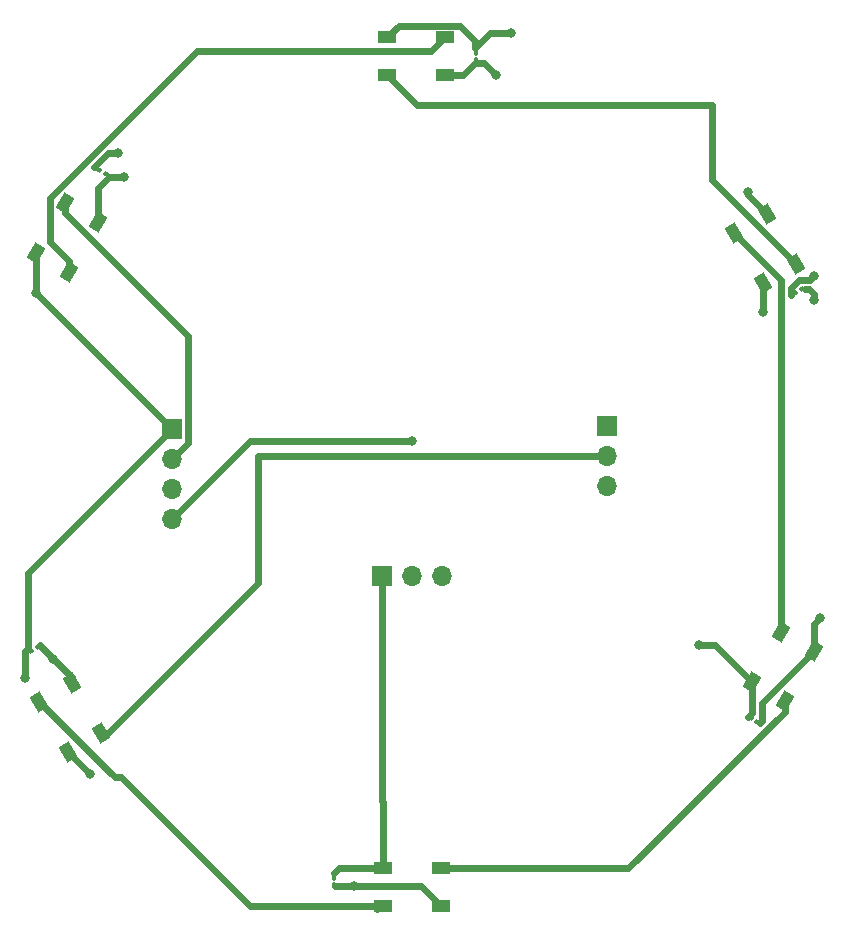
<source format=gbr>
%TF.GenerationSoftware,KiCad,Pcbnew,(6.0.4)*%
%TF.CreationDate,2022-04-25T15:33:24+02:00*%
%TF.ProjectId,HEX_PCB,4845585f-5043-4422-9e6b-696361645f70,rev?*%
%TF.SameCoordinates,Original*%
%TF.FileFunction,Copper,L1,Top*%
%TF.FilePolarity,Positive*%
%FSLAX46Y46*%
G04 Gerber Fmt 4.6, Leading zero omitted, Abs format (unit mm)*
G04 Created by KiCad (PCBNEW (6.0.4)) date 2022-04-25 15:33:24*
%MOMM*%
%LPD*%
G01*
G04 APERTURE LIST*
G04 Aperture macros list*
%AMRoundRect*
0 Rectangle with rounded corners*
0 $1 Rounding radius*
0 $2 $3 $4 $5 $6 $7 $8 $9 X,Y pos of 4 corners*
0 Add a 4 corners polygon primitive as box body*
4,1,4,$2,$3,$4,$5,$6,$7,$8,$9,$2,$3,0*
0 Add four circle primitives for the rounded corners*
1,1,$1+$1,$2,$3*
1,1,$1+$1,$4,$5*
1,1,$1+$1,$6,$7*
1,1,$1+$1,$8,$9*
0 Add four rect primitives between the rounded corners*
20,1,$1+$1,$2,$3,$4,$5,0*
20,1,$1+$1,$4,$5,$6,$7,0*
20,1,$1+$1,$6,$7,$8,$9,0*
20,1,$1+$1,$8,$9,$2,$3,0*%
%AMRotRect*
0 Rectangle, with rotation*
0 The origin of the aperture is its center*
0 $1 length*
0 $2 width*
0 $3 Rotation angle, in degrees counterclockwise*
0 Add horizontal line*
21,1,$1,$2,0,0,$3*%
G04 Aperture macros list end*
%TA.AperFunction,SMDPad,CuDef*%
%ADD10RoundRect,0.100000X-0.162583X-0.021603X0.062583X-0.151603X0.162583X0.021603X-0.062583X0.151603X0*%
%TD*%
%TA.AperFunction,SMDPad,CuDef*%
%ADD11RotRect,1.500000X1.000000X300.000000*%
%TD*%
%TA.AperFunction,ComponentPad*%
%ADD12R,1.700000X1.700000*%
%TD*%
%TA.AperFunction,ComponentPad*%
%ADD13O,1.700000X1.700000*%
%TD*%
%TA.AperFunction,SMDPad,CuDef*%
%ADD14RotRect,1.500000X1.000000X60.000000*%
%TD*%
%TA.AperFunction,SMDPad,CuDef*%
%ADD15RoundRect,0.100000X-0.100000X0.130000X-0.100000X-0.130000X0.100000X-0.130000X0.100000X0.130000X0*%
%TD*%
%TA.AperFunction,SMDPad,CuDef*%
%ADD16R,1.500000X1.000000*%
%TD*%
%TA.AperFunction,SMDPad,CuDef*%
%ADD17RotRect,1.500000X1.000000X120.000000*%
%TD*%
%TA.AperFunction,SMDPad,CuDef*%
%ADD18RoundRect,0.100000X-0.062583X-0.151603X0.162583X-0.021603X0.062583X0.151603X-0.162583X0.021603X0*%
%TD*%
%TA.AperFunction,ViaPad*%
%ADD19C,0.800000*%
%TD*%
%TA.AperFunction,Conductor*%
%ADD20C,0.600000*%
%TD*%
G04 APERTURE END LIST*
D10*
%TO.P,C1,1*%
%TO.N,+5V*%
X75137744Y-88834000D03*
%TO.P,C1,2*%
%TO.N,GND*%
X75692000Y-89154000D03*
%TD*%
D11*
%TO.P,D3,1,VDD*%
%TO.N,+5V*%
X131662000Y-92530476D03*
%TO.P,D3,2,DOUT*%
%TO.N,Net-(D3-Pad2)*%
X128890718Y-94130476D03*
%TO.P,D3,3,VSS*%
%TO.N,GND*%
X131340718Y-98374000D03*
%TO.P,D3,4,DIN*%
%TO.N,Net-(D2-Pad2)*%
X134112000Y-96774000D03*
%TD*%
D10*
%TO.P,C4,1*%
%TO.N,+5V*%
X130278872Y-135222000D03*
%TO.P,C4,2*%
%TO.N,GND*%
X130833128Y-135542000D03*
%TD*%
D12*
%TO.P,J3,1,Pin_1*%
%TO.N,+5V*%
X99060000Y-123190000D03*
D13*
%TO.P,J3,2,Pin_2*%
%TO.N,SIG*%
X101600000Y-123190000D03*
%TO.P,J3,3,Pin_3*%
%TO.N,GND*%
X104140000Y-123190000D03*
%TD*%
D14*
%TO.P,D4,1,VDD*%
%TO.N,+5V*%
X130414718Y-132183524D03*
%TO.P,D4,2,DOUT*%
%TO.N,Net-(D4-Pad2)*%
X133186000Y-133783524D03*
%TO.P,D4,3,VSS*%
%TO.N,GND*%
X135636000Y-129540000D03*
%TO.P,D4,4,DIN*%
%TO.N,Net-(D3-Pad2)*%
X132864718Y-127940000D03*
%TD*%
D15*
%TO.P,C2,1*%
%TO.N,+5V*%
X107024000Y-78852000D03*
%TO.P,C2,2*%
%TO.N,GND*%
X107024000Y-79492000D03*
%TD*%
D12*
%TO.P,J1,1,Pin_1*%
%TO.N,+5V*%
X81280000Y-110744000D03*
D13*
%TO.P,J1,2,Pin_2*%
%TO.N,DATA*%
X81280000Y-113284000D03*
%TO.P,J1,3,Pin_3*%
%TO.N,GND*%
X81280000Y-115824000D03*
%TO.P,J1,4,Pin_4*%
%TO.N,SIG*%
X81280000Y-118364000D03*
%TD*%
D16*
%TO.P,D5,1,VDD*%
%TO.N,+5V*%
X99150000Y-147930000D03*
%TO.P,D5,2,DOUT*%
%TO.N,Net-(D5-Pad2)*%
X99150000Y-151130000D03*
%TO.P,D5,3,VSS*%
%TO.N,GND*%
X104050000Y-151130000D03*
%TO.P,D5,4,DIN*%
%TO.N,Net-(D4-Pad2)*%
X104050000Y-147930000D03*
%TD*%
D15*
%TO.P,C5,1*%
%TO.N,+5V*%
X94996000Y-148712000D03*
%TO.P,C5,2*%
%TO.N,GND*%
X94996000Y-149352000D03*
%TD*%
D17*
%TO.P,D6,1,VDD*%
%TO.N,+5V*%
X72483359Y-138049762D03*
%TO.P,D6,2,DOUT*%
%TO.N,Net-(D6-Pad2)*%
X75254641Y-136449762D03*
%TO.P,D6,3,VSS*%
%TO.N,GND*%
X72804641Y-132206238D03*
%TO.P,D6,4,DIN*%
%TO.N,Net-(D5-Pad2)*%
X70033359Y-133806238D03*
%TD*%
D18*
%TO.P,C3,1*%
%TO.N,+5V*%
X134044093Y-99220000D03*
%TO.P,C3,2*%
%TO.N,GND*%
X134598349Y-98900000D03*
%TD*%
D12*
%TO.P,J2,1,Pin_1*%
%TO.N,+5V*%
X118110000Y-110490000D03*
D13*
%TO.P,J2,2,Pin_2*%
%TO.N,Net-(D6-Pad2)*%
X118110000Y-113030000D03*
%TO.P,J2,3,Pin_3*%
%TO.N,GND*%
X118110000Y-115570000D03*
%TD*%
D14*
%TO.P,D1,1,VDD*%
%TO.N,+5V*%
X69779359Y-95809762D03*
%TO.P,D1,2,DOUT*%
%TO.N,Net-(D1-Pad2)*%
X72550641Y-97409762D03*
%TO.P,D1,3,VSS*%
%TO.N,GND*%
X75000641Y-93166238D03*
%TO.P,D1,4,DIN*%
%TO.N,DATA*%
X72229359Y-91566238D03*
%TD*%
D16*
%TO.P,D2,1,VDD*%
%TO.N,+5V*%
X99494000Y-77572000D03*
%TO.P,D2,2,DOUT*%
%TO.N,Net-(D2-Pad2)*%
X99494000Y-80772000D03*
%TO.P,D2,3,VSS*%
%TO.N,GND*%
X104394000Y-80772000D03*
%TO.P,D2,4,DIN*%
%TO.N,Net-(D1-Pad2)*%
X104394000Y-77572000D03*
%TD*%
D18*
%TO.P,C6,1*%
%TO.N,+5V*%
X69363651Y-129527500D03*
%TO.P,C6,2*%
%TO.N,GND*%
X69917907Y-129207500D03*
%TD*%
D19*
%TO.N,+5V*%
X125951000Y-128999000D03*
X135636000Y-97790000D03*
X109982000Y-77216000D03*
X68834000Y-131826000D03*
X130048000Y-90678000D03*
X69779359Y-99243359D03*
X76708000Y-87376000D03*
X74387597Y-139954000D03*
%TO.N,GND*%
X96684480Y-149441520D03*
X71247000Y-130175000D03*
X131340718Y-100815282D03*
X135636000Y-99822000D03*
X77216000Y-89408000D03*
X136144000Y-126746000D03*
X108712000Y-80772000D03*
%TO.N,SIG*%
X101600000Y-111760000D03*
%TD*%
D20*
%TO.N,Net-(D1-Pad2)*%
X83391637Y-78740000D02*
X103226000Y-78740000D01*
X103226000Y-78740000D02*
X104394000Y-77572000D01*
X70921826Y-94914922D02*
X70921826Y-91209811D01*
X72550641Y-97409762D02*
X72550641Y-96543737D01*
X70921826Y-91209811D02*
X83391637Y-78740000D01*
X72550641Y-96543737D02*
X70921826Y-94914922D01*
%TO.N,Net-(D2-Pad2)*%
X102034000Y-83312000D02*
X127000000Y-83312000D01*
X127000000Y-83312000D02*
X127000000Y-89662000D01*
X99494000Y-80772000D02*
X102034000Y-83312000D01*
X127000000Y-89662000D02*
X134112000Y-96774000D01*
%TO.N,Net-(D3-Pad2)*%
X132864718Y-98104476D02*
X132864718Y-127940000D01*
X128890718Y-94130476D02*
X132864718Y-98104476D01*
%TO.N,Net-(D4-Pad2)*%
X133186000Y-134649549D02*
X119905549Y-147930000D01*
X119905549Y-147930000D02*
X104050000Y-147930000D01*
X133186000Y-133783524D02*
X133186000Y-134649549D01*
%TO.N,Net-(D5-Pad2)*%
X99150000Y-151130000D02*
X98900000Y-151130000D01*
X76435121Y-140208000D02*
X70033359Y-133806238D01*
X76962000Y-140208000D02*
X76435121Y-140208000D01*
X99150000Y-151130000D02*
X87884000Y-151130000D01*
X87884000Y-151130000D02*
X76962000Y-140208000D01*
X98900000Y-151130000D02*
X98646000Y-151384000D01*
%TO.N,Net-(D6-Pad2)*%
X88582511Y-113030000D02*
X118110000Y-113030000D01*
X88582511Y-123761489D02*
X88582511Y-113030000D01*
X75254641Y-136449762D02*
X75894238Y-136449762D01*
X75894238Y-136449762D02*
X88582511Y-123761489D01*
%TO.N,+5V*%
X134349522Y-98105033D02*
X133664238Y-98790317D01*
X95402000Y-147930000D02*
X94996000Y-148336000D01*
X106934000Y-78486000D02*
X106934000Y-77862978D01*
X69779359Y-99243359D02*
X81280000Y-110744000D01*
X69779359Y-95809762D02*
X69779359Y-99243359D01*
X99150000Y-147930000D02*
X95402000Y-147930000D01*
X135636000Y-97790000D02*
X135320967Y-98105033D01*
X135320967Y-98105033D02*
X134349522Y-98105033D01*
X109982000Y-77216000D02*
X108204000Y-77216000D01*
X99150000Y-142330000D02*
X99150000Y-147930000D01*
X125951000Y-128999000D02*
X127230194Y-128999000D01*
X105643511Y-76572489D02*
X100493511Y-76572489D01*
X69088000Y-129286000D02*
X69088000Y-122936000D01*
X130414718Y-134761282D02*
X130048000Y-135128000D01*
X68834000Y-131826000D02*
X68834000Y-129540000D01*
X108204000Y-77216000D02*
X106934000Y-78486000D01*
X106934000Y-77862978D02*
X105643511Y-76572489D01*
X68834000Y-129540000D02*
X69088000Y-129286000D01*
X99060000Y-142240000D02*
X99150000Y-142330000D01*
X130048000Y-90916476D02*
X130048000Y-90678000D01*
X127230194Y-128999000D02*
X130414718Y-132183524D01*
X75886329Y-87376000D02*
X74676000Y-88586329D01*
X99494000Y-77572000D02*
X99824000Y-77572000D01*
X131662000Y-92530476D02*
X130048000Y-90916476D01*
X130414718Y-132183524D02*
X130414718Y-134761282D01*
X69088000Y-122936000D02*
X81280000Y-110744000D01*
X99060000Y-123190000D02*
X99060000Y-142240000D01*
X100493511Y-76572489D02*
X99494000Y-77572000D01*
X133664238Y-98790317D02*
X133664238Y-99374238D01*
X76708000Y-87376000D02*
X75886329Y-87376000D01*
X72483359Y-138049762D02*
X74387597Y-139954000D01*
%TO.N,GND*%
X107696000Y-79756000D02*
X108712000Y-80772000D01*
X135636000Y-129540000D02*
X135636000Y-127254000D01*
X72804641Y-132206238D02*
X72804641Y-131732641D01*
X135636000Y-129540000D02*
X131214238Y-133961762D01*
X96684480Y-149441520D02*
X95085520Y-149441520D01*
X135226553Y-98904553D02*
X134874000Y-98904553D01*
X75000641Y-93166238D02*
X75000641Y-90353359D01*
X131214238Y-135485762D02*
X131064000Y-135636000D01*
X75000641Y-90353359D02*
X75946000Y-89408000D01*
X102361520Y-149441520D02*
X96684480Y-149441520D01*
X106934000Y-79756000D02*
X107696000Y-79756000D01*
X104394000Y-80772000D02*
X105918000Y-80772000D01*
X71247000Y-130175000D02*
X70104000Y-129032000D01*
X131340718Y-98374000D02*
X131340718Y-100815282D01*
X131214238Y-133961762D02*
X131214238Y-135485762D01*
X72804641Y-131732641D02*
X71247000Y-130175000D01*
X135636000Y-127254000D02*
X136144000Y-126746000D01*
X104050000Y-151130000D02*
X102361520Y-149441520D01*
X135636000Y-99314000D02*
X135226553Y-98904553D01*
X135636000Y-99822000D02*
X135636000Y-99314000D01*
X75946000Y-89408000D02*
X77216000Y-89408000D01*
X105918000Y-80772000D02*
X106934000Y-79756000D01*
%TO.N,SIG*%
X81280000Y-118364000D02*
X87884000Y-111760000D01*
X87884000Y-111760000D02*
X101600000Y-111760000D01*
%TO.N,DATA*%
X82629511Y-102832415D02*
X72229359Y-92432263D01*
X81280000Y-113284000D02*
X82629511Y-111934489D01*
X82629511Y-111934489D02*
X82629511Y-102832415D01*
X72229359Y-92432263D02*
X72229359Y-91566238D01*
%TD*%
M02*

</source>
